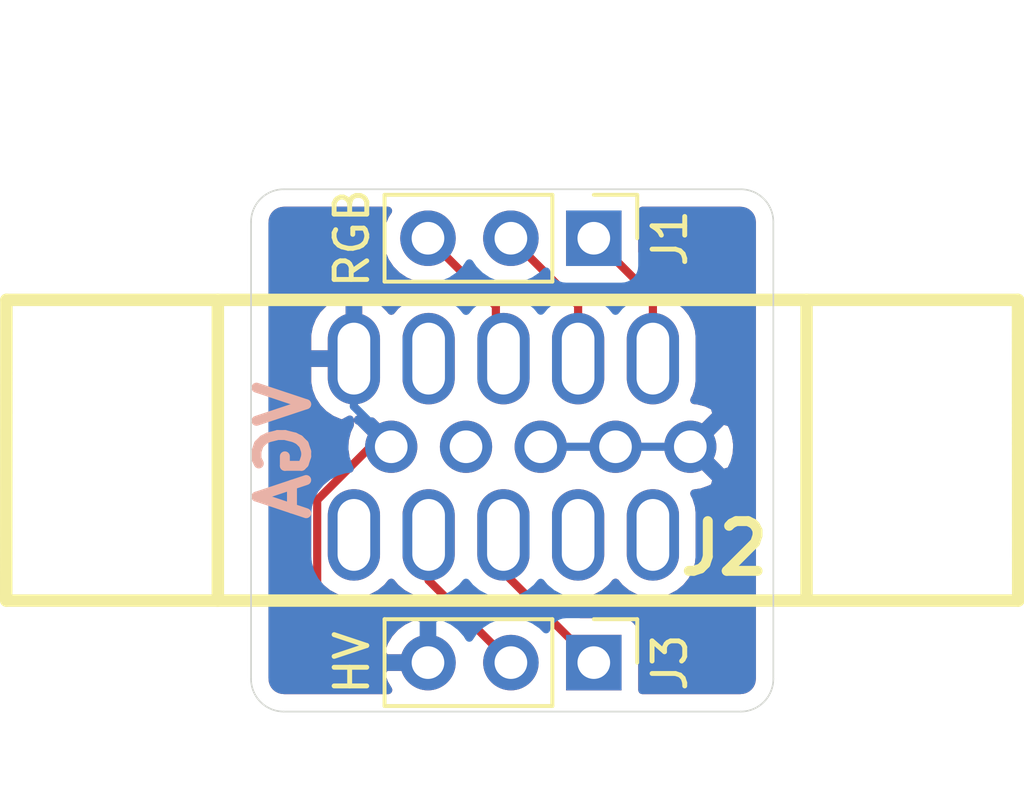
<source format=kicad_pcb>
(kicad_pcb (version 20171130) (host pcbnew "(5.1.6)-1")

  (general
    (thickness 1.6)
    (drawings 10)
    (tracks 20)
    (zones 0)
    (modules 3)
    (nets 7)
  )

  (page A4)
  (layers
    (0 F.Cu signal)
    (31 B.Cu signal)
    (32 B.Adhes user)
    (33 F.Adhes user)
    (34 B.Paste user)
    (35 F.Paste user)
    (36 B.SilkS user)
    (37 F.SilkS user)
    (38 B.Mask user)
    (39 F.Mask user)
    (40 Dwgs.User user)
    (41 Cmts.User user)
    (42 Eco1.User user)
    (43 Eco2.User user)
    (44 Edge.Cuts user)
    (45 Margin user)
    (46 B.CrtYd user)
    (47 F.CrtYd user)
    (48 B.Fab user)
    (49 F.Fab user)
  )

  (setup
    (last_trace_width 0.25)
    (trace_clearance 0.2)
    (zone_clearance 0.508)
    (zone_45_only no)
    (trace_min 0.2)
    (via_size 0.8)
    (via_drill 0.4)
    (via_min_size 0.4)
    (via_min_drill 0.3)
    (uvia_size 0.3)
    (uvia_drill 0.1)
    (uvias_allowed no)
    (uvia_min_size 0.2)
    (uvia_min_drill 0.1)
    (edge_width 0.05)
    (segment_width 0.2)
    (pcb_text_width 0.3)
    (pcb_text_size 1.5 1.5)
    (mod_edge_width 0.12)
    (mod_text_size 1 1)
    (mod_text_width 0.15)
    (pad_size 1.524 1.524)
    (pad_drill 0.762)
    (pad_to_mask_clearance 0.05)
    (aux_axis_origin 127 94)
    (grid_origin 127 94)
    (visible_elements 7FFFFFFF)
    (pcbplotparams
      (layerselection 0x010f0_ffffffff)
      (usegerberextensions true)
      (usegerberattributes true)
      (usegerberadvancedattributes true)
      (creategerberjobfile false)
      (excludeedgelayer true)
      (linewidth 0.100000)
      (plotframeref false)
      (viasonmask false)
      (mode 1)
      (useauxorigin false)
      (hpglpennumber 1)
      (hpglpenspeed 20)
      (hpglpendiameter 15.000000)
      (psnegative false)
      (psa4output false)
      (plotreference true)
      (plotvalue true)
      (plotinvisibletext false)
      (padsonsilk false)
      (subtractmaskfromsilk false)
      (outputformat 1)
      (mirror false)
      (drillshape 0)
      (scaleselection 1)
      (outputdirectory "gerber/"))
  )

  (net 0 "")
  (net 1 B)
  (net 2 R)
  (net 3 G)
  (net 4 V)
  (net 5 H)
  (net 6 GND)

  (net_class Default "This is the default net class."
    (clearance 0.2)
    (trace_width 0.25)
    (via_dia 0.8)
    (via_drill 0.4)
    (uvia_dia 0.3)
    (uvia_drill 0.1)
    (add_net B)
    (add_net G)
    (add_net GND)
    (add_net H)
    (add_net "Net-(J2-Pad11)")
    (add_net "Net-(J2-Pad12)")
    (add_net "Net-(J2-Pad15)")
    (add_net "Net-(J2-Pad4)")
    (add_net "Net-(J2-Pad9)")
    (add_net R)
    (add_net V)
  )

  (module Connector_PinHeader_2.54mm:PinHeader_1x03_P2.54mm_Vertical (layer F.Cu) (tedit 59FED5CC) (tstamp 62648515)
    (at 137.5 92.5 270)
    (descr "Through hole straight pin header, 1x03, 2.54mm pitch, single row")
    (tags "Through hole pin header THT 1x03 2.54mm single row")
    (path /6264ADCD)
    (fp_text reference J3 (at 0 -2.33 90) (layer F.SilkS)
      (effects (font (size 1 1) (thickness 0.15)))
    )
    (fp_text value HV (at 0 7.41 90) (layer F.SilkS)
      (effects (font (size 1 1) (thickness 0.15)))
    )
    (fp_text user %R (at 0 2.54) (layer F.Fab)
      (effects (font (size 1 1) (thickness 0.15)))
    )
    (fp_line (start -0.635 -1.27) (end 1.27 -1.27) (layer F.Fab) (width 0.1))
    (fp_line (start 1.27 -1.27) (end 1.27 6.35) (layer F.Fab) (width 0.1))
    (fp_line (start 1.27 6.35) (end -1.27 6.35) (layer F.Fab) (width 0.1))
    (fp_line (start -1.27 6.35) (end -1.27 -0.635) (layer F.Fab) (width 0.1))
    (fp_line (start -1.27 -0.635) (end -0.635 -1.27) (layer F.Fab) (width 0.1))
    (fp_line (start -1.33 6.41) (end 1.33 6.41) (layer F.SilkS) (width 0.12))
    (fp_line (start -1.33 1.27) (end -1.33 6.41) (layer F.SilkS) (width 0.12))
    (fp_line (start 1.33 1.27) (end 1.33 6.41) (layer F.SilkS) (width 0.12))
    (fp_line (start -1.33 1.27) (end 1.33 1.27) (layer F.SilkS) (width 0.12))
    (fp_line (start -1.33 0) (end -1.33 -1.33) (layer F.SilkS) (width 0.12))
    (fp_line (start -1.33 -1.33) (end 0 -1.33) (layer F.SilkS) (width 0.12))
    (fp_line (start -1.8 -1.8) (end -1.8 6.85) (layer F.CrtYd) (width 0.05))
    (fp_line (start -1.8 6.85) (end 1.8 6.85) (layer F.CrtYd) (width 0.05))
    (fp_line (start 1.8 6.85) (end 1.8 -1.8) (layer F.CrtYd) (width 0.05))
    (fp_line (start 1.8 -1.8) (end -1.8 -1.8) (layer F.CrtYd) (width 0.05))
    (pad 3 thru_hole oval (at 0 5.08 270) (size 1.7 1.7) (drill 1) (layers *.Cu *.Mask)
      (net 6 GND))
    (pad 2 thru_hole oval (at 0 2.54 270) (size 1.7 1.7) (drill 1) (layers *.Cu *.Mask)
      (net 4 V))
    (pad 1 thru_hole rect (at 0 0 270) (size 1.7 1.7) (drill 1) (layers *.Cu *.Mask)
      (net 5 H))
    (model ${KISYS3DMOD}/Connector_PinHeader_2.54mm.3dshapes/PinHeader_1x03_P2.54mm_Vertical.wrl
      (at (xyz 0 0 0))
      (scale (xyz 1 1 1))
      (rotate (xyz 0 0 0))
    )
  )

  (module Connector_PinHeader_2.54mm:PinHeader_1x03_P2.54mm_Vertical (layer F.Cu) (tedit 59FED5CC) (tstamp 626484CE)
    (at 137.5 79.5 270)
    (descr "Through hole straight pin header, 1x03, 2.54mm pitch, single row")
    (tags "Through hole pin header THT 1x03 2.54mm single row")
    (path /6264AB73)
    (fp_text reference J1 (at 0 -2.33 90) (layer F.SilkS)
      (effects (font (size 1 1) (thickness 0.15)))
    )
    (fp_text value RGB (at 0 7.41 90) (layer F.SilkS)
      (effects (font (size 1 1) (thickness 0.15)))
    )
    (fp_text user %R (at 0 2.54) (layer F.Fab)
      (effects (font (size 1 1) (thickness 0.15)))
    )
    (fp_line (start -0.635 -1.27) (end 1.27 -1.27) (layer F.Fab) (width 0.1))
    (fp_line (start 1.27 -1.27) (end 1.27 6.35) (layer F.Fab) (width 0.1))
    (fp_line (start 1.27 6.35) (end -1.27 6.35) (layer F.Fab) (width 0.1))
    (fp_line (start -1.27 6.35) (end -1.27 -0.635) (layer F.Fab) (width 0.1))
    (fp_line (start -1.27 -0.635) (end -0.635 -1.27) (layer F.Fab) (width 0.1))
    (fp_line (start -1.33 6.41) (end 1.33 6.41) (layer F.SilkS) (width 0.12))
    (fp_line (start -1.33 1.27) (end -1.33 6.41) (layer F.SilkS) (width 0.12))
    (fp_line (start 1.33 1.27) (end 1.33 6.41) (layer F.SilkS) (width 0.12))
    (fp_line (start -1.33 1.27) (end 1.33 1.27) (layer F.SilkS) (width 0.12))
    (fp_line (start -1.33 0) (end -1.33 -1.33) (layer F.SilkS) (width 0.12))
    (fp_line (start -1.33 -1.33) (end 0 -1.33) (layer F.SilkS) (width 0.12))
    (fp_line (start -1.8 -1.8) (end -1.8 6.85) (layer F.CrtYd) (width 0.05))
    (fp_line (start -1.8 6.85) (end 1.8 6.85) (layer F.CrtYd) (width 0.05))
    (fp_line (start 1.8 6.85) (end 1.8 -1.8) (layer F.CrtYd) (width 0.05))
    (fp_line (start 1.8 -1.8) (end -1.8 -1.8) (layer F.CrtYd) (width 0.05))
    (pad 3 thru_hole oval (at 0 5.08 270) (size 1.7 1.7) (drill 1) (layers *.Cu *.Mask)
      (net 1 B))
    (pad 2 thru_hole oval (at 0 2.54 270) (size 1.7 1.7) (drill 1) (layers *.Cu *.Mask)
      (net 3 G))
    (pad 1 thru_hole rect (at 0 0 270) (size 1.7 1.7) (drill 1) (layers *.Cu *.Mask)
      (net 2 R))
    (model ${KISYS3DMOD}/Connector_PinHeader_2.54mm.3dshapes/PinHeader_1x03_P2.54mm_Vertical.wrl
      (at (xyz 0 0 0))
      (scale (xyz 1 1 1))
      (rotate (xyz 0 0 0))
    )
  )

  (module ryuk_lib:DB_15F-VGA_L (layer F.Cu) (tedit 6256CD6A) (tstamp 62572BB2)
    (at 135 96.5)
    (descr "D-SUB 15 pin VGA socket, Tyco P/N 440467-1")
    (path /6256D551)
    (fp_text reference J2 (at 6.5 -7.5) (layer F.SilkS)
      (effects (font (size 1.524 1.524) (thickness 0.3048)))
    )
    (fp_text value VGA (at -7 -10.5 -90) (layer B.SilkS)
      (effects (font (size 1.524 1.524) (thickness 0.3048)) (justify mirror))
    )
    (fp_line (start 9.017 -6) (end 9.017 -15.112) (layer F.SilkS) (width 0.381))
    (fp_line (start 15.494 -15.112) (end -15.494 -15.112) (layer F.SilkS) (width 0.381))
    (fp_line (start 15.494 -15.112) (end 15.5 -5.9) (layer F.SilkS) (width 0.381))
    (fp_line (start -15.5 -5.9) (end -15.494 -15.112) (layer F.SilkS) (width 0.381))
    (fp_line (start -9.017 -15.112) (end -9.017 -5.9) (layer F.SilkS) (width 0.381))
    (fp_line (start 15.5 -5.9) (end -15.488 -5.9) (layer F.SilkS) (width 0.381))
    (pad 3 thru_hole oval (at -0.2667 -13.312) (size 1.6 2.8) (drill oval 1 2.2) (layers *.Cu *.Mask)
      (net 1 B))
    (pad 2 thru_hole oval (at 2.0193 -13.312) (size 1.6 2.8) (drill oval 1 2.2) (layers *.Cu *.Mask)
      (net 3 G))
    (pad 1 thru_hole oval (at 4.31038 -13.312) (size 1.6 2.8) (drill oval 1 2.2) (layers *.Cu *.Mask)
      (net 2 R))
    (pad 4 thru_hole oval (at -2.56032 -13.312) (size 1.6 2.8) (drill oval 1 2.2) (layers *.Cu *.Mask))
    (pad 5 thru_hole oval (at -4.84886 -13.312) (size 1.6 2.8) (drill oval 1 2.2) (layers *.Cu *.Mask)
      (net 6 GND))
    (pad 9 thru_hole circle (at -1.41478 -10.612) (size 1.6 1.6) (drill 1) (layers *.Cu *.Mask))
    (pad 8 thru_hole circle (at 0.87376 -10.612) (size 1.6 1.6) (drill 1) (layers *.Cu *.Mask)
      (net 6 GND))
    (pad 7 thru_hole circle (at 3.16484 -10.612) (size 1.6 1.6) (drill 1) (layers *.Cu *.Mask)
      (net 6 GND))
    (pad 6 thru_hole circle (at 5.45592 -10.612) (size 1.6 1.6) (drill 1) (layers *.Cu *.Mask)
      (net 6 GND))
    (pad 10 thru_hole circle (at -3.70586 -10.612) (size 1.6 1.6) (drill 1) (layers *.Cu *.Mask)
      (net 6 GND))
    (pad 11 thru_hole oval (at 4.31038 -7.912) (size 1.6 2.8) (drill oval 1 2.2) (layers *.Cu *.Mask))
    (pad 12 thru_hole oval (at 2.0193 -7.912) (size 1.6 2.8) (drill oval 1 2.2) (layers *.Cu *.Mask))
    (pad 13 thru_hole oval (at -0.26924 -7.912) (size 1.6 2.8) (drill oval 1 2.2) (layers *.Cu *.Mask)
      (net 5 H))
    (pad 14 thru_hole oval (at -2.56032 -7.912) (size 1.6 2.8) (drill oval 1 2.2) (layers *.Cu *.Mask)
      (net 4 V))
    (pad 15 thru_hole oval (at -4.84886 -7.912) (size 1.6 2.8) (drill oval 1 2.2) (layers *.Cu *.Mask))
    (model walter/conn_pc/db_15-vga.wrl
      (at (xyz 0 0 0))
      (scale (xyz 1 1 1))
      (rotate (xyz 0 0 0))
    )
  )

  (gr_arc (start 142 93) (end 142 94) (angle -90) (layer Edge.Cuts) (width 0.05) (tstamp 62648917))
  (gr_arc (start 128 93) (end 127 93) (angle -90) (layer Edge.Cuts) (width 0.05) (tstamp 62648914))
  (gr_line (start 142 78) (end 128 78) (layer Edge.Cuts) (width 0.05) (tstamp 626488A0))
  (gr_line (start 142 94) (end 128 94) (layer Edge.Cuts) (width 0.05))
  (dimension 16 (width 0.15) (layer Dwgs.User)
    (gr_text "16.000 mm" (at 135 72.9) (layer Dwgs.User)
      (effects (font (size 1 1) (thickness 0.15)))
    )
    (feature1 (pts (xy 127 78) (xy 127 73.613579)))
    (feature2 (pts (xy 143 78) (xy 143 73.613579)))
    (crossbar (pts (xy 143 74.2) (xy 127 74.2)))
    (arrow1a (pts (xy 127 74.2) (xy 128.126504 73.613579)))
    (arrow1b (pts (xy 127 74.2) (xy 128.126504 74.786421)))
    (arrow2a (pts (xy 143 74.2) (xy 141.873496 73.613579)))
    (arrow2b (pts (xy 143 74.2) (xy 141.873496 74.786421)))
  )
  (dimension 16 (width 0.15) (layer Dwgs.User)
    (gr_text "16.000 mm" (at 147.9 86 270) (layer Dwgs.User)
      (effects (font (size 1 1) (thickness 0.15)))
    )
    (feature1 (pts (xy 143 94) (xy 147.186421 94)))
    (feature2 (pts (xy 143 78) (xy 147.186421 78)))
    (crossbar (pts (xy 146.6 78) (xy 146.6 94)))
    (arrow1a (pts (xy 146.6 94) (xy 146.013579 92.873496)))
    (arrow1b (pts (xy 146.6 94) (xy 147.186421 92.873496)))
    (arrow2a (pts (xy 146.6 78) (xy 146.013579 79.126504)))
    (arrow2b (pts (xy 146.6 78) (xy 147.186421 79.126504)))
  )
  (gr_arc (start 128 79) (end 128 78) (angle -90) (layer Edge.Cuts) (width 0.05) (tstamp 6257372A))
  (gr_arc (start 142 79) (end 143 79) (angle -90) (layer Edge.Cuts) (width 0.05))
  (gr_line (start 143 93) (end 143 79) (layer Edge.Cuts) (width 0.05))
  (gr_line (start 127 79) (end 127 93) (layer Edge.Cuts) (width 0.05))

  (segment (start 132.42 79.5) (end 134.5 81.58) (width 0.25) (layer F.Cu) (net 1))
  (segment (start 134.5 82.9547) (end 134.7333 83.188) (width 0.25) (layer F.Cu) (net 1))
  (segment (start 134.5 81.58) (end 134.5 82.9547) (width 0.25) (layer F.Cu) (net 1))
  (segment (start 139.31038 81.31038) (end 137.5 79.5) (width 0.25) (layer F.Cu) (net 2))
  (segment (start 139.31038 83.188) (end 139.31038 81.31038) (width 0.25) (layer F.Cu) (net 2))
  (segment (start 137.0193 81.5593) (end 134.96 79.5) (width 0.25) (layer F.Cu) (net 3))
  (segment (start 137.0193 83.188) (end 137.0193 81.5593) (width 0.25) (layer F.Cu) (net 3))
  (segment (start 132.43968 89.97968) (end 134.96 92.5) (width 0.25) (layer F.Cu) (net 4))
  (segment (start 132.43968 88.588) (end 132.43968 89.97968) (width 0.25) (layer F.Cu) (net 4))
  (segment (start 134.73076 89.73076) (end 137.5 92.5) (width 0.25) (layer F.Cu) (net 5))
  (segment (start 134.73076 88.588) (end 134.73076 89.73076) (width 0.25) (layer F.Cu) (net 5))
  (segment (start 129.02613 87.522006) (end 130.660136 85.888) (width 0.25) (layer F.Cu) (net 6))
  (segment (start 130.660136 85.888) (end 131.29414 85.888) (width 0.25) (layer F.Cu) (net 6))
  (segment (start 129.02613 90.308211) (end 129.02613 87.522006) (width 0.25) (layer F.Cu) (net 6))
  (segment (start 131.217919 92.5) (end 129.02613 90.308211) (width 0.25) (layer F.Cu) (net 6))
  (segment (start 132.42 92.5) (end 131.217919 92.5) (width 0.25) (layer F.Cu) (net 6))
  (segment (start 131.29414 85.888) (end 131.29414 85.79414) (width 0.25) (layer B.Cu) (net 6))
  (segment (start 130.15114 84.65114) (end 130.15114 83.188) (width 0.25) (layer B.Cu) (net 6))
  (segment (start 131.29414 85.79414) (end 130.15114 84.65114) (width 0.25) (layer B.Cu) (net 6))
  (segment (start 135.87376 85.888) (end 140.45592 85.888) (width 0.25) (layer B.Cu) (net 6))

  (zone (net 6) (net_name GND) (layer B.Cu) (tstamp 0) (hatch edge 0.508)
    (connect_pads (clearance 0.508))
    (min_thickness 0.254)
    (fill yes (arc_segments 32) (thermal_gap 0.508) (thermal_bridge_width 0.508))
    (polygon
      (pts
        (xy 143 94) (xy 127 94) (xy 127 78) (xy 143 78)
      )
    )
    (filled_polygon
      (pts
        (xy 131.10401 78.796589) (xy 130.992068 79.066842) (xy 130.935 79.35374) (xy 130.935 79.64626) (xy 130.992068 79.933158)
        (xy 131.10401 80.203411) (xy 131.266525 80.446632) (xy 131.473368 80.653475) (xy 131.716589 80.81599) (xy 131.986842 80.927932)
        (xy 132.27374 80.985) (xy 132.56626 80.985) (xy 132.853158 80.927932) (xy 133.123411 80.81599) (xy 133.366632 80.653475)
        (xy 133.573475 80.446632) (xy 133.69 80.27224) (xy 133.806525 80.446632) (xy 134.013368 80.653475) (xy 134.256589 80.81599)
        (xy 134.526842 80.927932) (xy 134.81374 80.985) (xy 135.10626 80.985) (xy 135.393158 80.927932) (xy 135.663411 80.81599)
        (xy 135.906632 80.653475) (xy 136.038487 80.52162) (xy 136.060498 80.59418) (xy 136.119463 80.704494) (xy 136.198815 80.801185)
        (xy 136.295506 80.880537) (xy 136.40582 80.939502) (xy 136.525518 80.975812) (xy 136.65 80.988072) (xy 138.35 80.988072)
        (xy 138.474482 80.975812) (xy 138.59418 80.939502) (xy 138.704494 80.880537) (xy 138.801185 80.801185) (xy 138.880537 80.704494)
        (xy 138.939502 80.59418) (xy 138.975812 80.474482) (xy 138.988072 80.35) (xy 138.988072 78.66) (xy 141.967721 78.66)
        (xy 142.065424 78.66958) (xy 142.128356 78.68858) (xy 142.186405 78.719445) (xy 142.237343 78.760989) (xy 142.279248 78.811644)
        (xy 142.310515 78.869471) (xy 142.329956 78.932272) (xy 142.340001 79.027845) (xy 142.34 92.967721) (xy 142.33042 93.065424)
        (xy 142.31142 93.128357) (xy 142.280554 93.186406) (xy 142.239011 93.237343) (xy 142.188356 93.279248) (xy 142.130529 93.310515)
        (xy 142.067728 93.329956) (xy 141.972165 93.34) (xy 138.988072 93.34) (xy 138.988072 91.65) (xy 138.975812 91.525518)
        (xy 138.939502 91.40582) (xy 138.880537 91.295506) (xy 138.801185 91.198815) (xy 138.704494 91.119463) (xy 138.59418 91.060498)
        (xy 138.474482 91.024188) (xy 138.35 91.011928) (xy 136.65 91.011928) (xy 136.525518 91.024188) (xy 136.40582 91.060498)
        (xy 136.295506 91.119463) (xy 136.198815 91.198815) (xy 136.119463 91.295506) (xy 136.060498 91.40582) (xy 136.038487 91.47838)
        (xy 135.906632 91.346525) (xy 135.663411 91.18401) (xy 135.393158 91.072068) (xy 135.10626 91.015) (xy 134.81374 91.015)
        (xy 134.526842 91.072068) (xy 134.256589 91.18401) (xy 134.013368 91.346525) (xy 133.806525 91.553368) (xy 133.684805 91.735534)
        (xy 133.615178 91.618645) (xy 133.420269 91.402412) (xy 133.18692 91.228359) (xy 132.924099 91.103175) (xy 132.77689 91.058524)
        (xy 132.547 91.179845) (xy 132.547 92.373) (xy 132.567 92.373) (xy 132.567 92.627) (xy 132.547 92.627)
        (xy 132.547 92.647) (xy 132.293 92.647) (xy 132.293 92.627) (xy 131.099186 92.627) (xy 130.978519 92.856891)
        (xy 131.075843 93.131252) (xy 131.200188 93.34) (xy 128.032279 93.34) (xy 127.934576 93.33042) (xy 127.871643 93.31142)
        (xy 127.813594 93.280554) (xy 127.762657 93.239011) (xy 127.720752 93.188356) (xy 127.689485 93.130529) (xy 127.670044 93.067728)
        (xy 127.66 92.972165) (xy 127.66 92.143109) (xy 130.978519 92.143109) (xy 131.099186 92.373) (xy 132.293 92.373)
        (xy 132.293 91.179845) (xy 132.06311 91.058524) (xy 131.915901 91.103175) (xy 131.65308 91.228359) (xy 131.419731 91.402412)
        (xy 131.224822 91.618645) (xy 131.075843 91.868748) (xy 130.978519 92.143109) (xy 127.66 92.143109) (xy 127.66 83.315)
        (xy 128.71614 83.315) (xy 128.71614 83.915) (xy 128.76849 84.192514) (xy 128.873974 84.454483) (xy 129.028539 84.690839)
        (xy 129.226245 84.8925) (xy 129.459494 85.051715) (xy 129.719322 85.162367) (xy 129.802101 85.179904) (xy 130.024138 85.057916)
        (xy 130.024138 85.216928) (xy 129.936569 85.401996) (xy 129.86784 85.676184) (xy 129.853923 85.958512) (xy 129.895353 86.23813)
        (xy 129.990537 86.504292) (xy 130.019776 86.558995) (xy 129.869831 86.573764) (xy 129.599332 86.655818) (xy 129.350039 86.789068)
        (xy 129.131532 86.968393) (xy 128.952208 87.1869) (xy 128.818958 87.436193) (xy 128.736904 87.706692) (xy 128.71614 87.917509)
        (xy 128.71614 89.258492) (xy 128.736904 89.469309) (xy 128.818958 89.739808) (xy 128.952209 89.989101) (xy 129.131533 90.207608)
        (xy 129.35004 90.386932) (xy 129.599333 90.520182) (xy 129.869832 90.602236) (xy 130.15114 90.629943) (xy 130.432449 90.602236)
        (xy 130.702948 90.520182) (xy 130.952241 90.386932) (xy 131.170748 90.207608) (xy 131.29541 90.055706) (xy 131.420073 90.207608)
        (xy 131.63858 90.386932) (xy 131.887873 90.520182) (xy 132.158372 90.602236) (xy 132.43968 90.629943) (xy 132.720989 90.602236)
        (xy 132.991488 90.520182) (xy 133.240781 90.386932) (xy 133.459288 90.207608) (xy 133.58522 90.054159) (xy 133.711153 90.207608)
        (xy 133.92966 90.386932) (xy 134.178953 90.520182) (xy 134.449452 90.602236) (xy 134.73076 90.629943) (xy 135.012069 90.602236)
        (xy 135.282568 90.520182) (xy 135.531861 90.386932) (xy 135.750368 90.207608) (xy 135.875031 90.055706) (xy 135.999693 90.207608)
        (xy 136.2182 90.386932) (xy 136.467493 90.520182) (xy 136.737992 90.602236) (xy 137.0193 90.629943) (xy 137.300609 90.602236)
        (xy 137.571108 90.520182) (xy 137.820401 90.386932) (xy 138.038908 90.207608) (xy 138.164841 90.054159) (xy 138.290773 90.207608)
        (xy 138.50928 90.386932) (xy 138.758573 90.520182) (xy 139.029072 90.602236) (xy 139.31038 90.629943) (xy 139.591689 90.602236)
        (xy 139.862188 90.520182) (xy 140.111481 90.386932) (xy 140.329988 90.207608) (xy 140.509312 89.989101) (xy 140.642562 89.739808)
        (xy 140.724616 89.469309) (xy 140.74538 89.258492) (xy 140.74538 87.917508) (xy 140.724616 87.706691) (xy 140.642562 87.436192)
        (xy 140.580561 87.320197) (xy 140.80605 87.286787) (xy 141.072212 87.191603) (xy 141.197434 87.124671) (xy 141.269017 86.880702)
        (xy 140.45592 86.067605) (xy 140.441778 86.081748) (xy 140.262173 85.902143) (xy 140.276315 85.888) (xy 140.635525 85.888)
        (xy 141.448622 86.701097) (xy 141.692591 86.629514) (xy 141.813491 86.374004) (xy 141.88222 86.099816) (xy 141.896137 85.817488)
        (xy 141.854707 85.53787) (xy 141.759523 85.271708) (xy 141.692591 85.146486) (xy 141.448622 85.074903) (xy 140.635525 85.888)
        (xy 140.276315 85.888) (xy 140.262173 85.873858) (xy 140.441778 85.694253) (xy 140.45592 85.708395) (xy 141.269017 84.895298)
        (xy 141.197434 84.651329) (xy 140.941924 84.530429) (xy 140.667736 84.4617) (xy 140.579728 84.457362) (xy 140.642562 84.339808)
        (xy 140.724616 84.069309) (xy 140.74538 83.858492) (xy 140.74538 82.517508) (xy 140.724616 82.306691) (xy 140.642562 82.036192)
        (xy 140.509312 81.786899) (xy 140.329987 81.568392) (xy 140.11148 81.389068) (xy 139.862187 81.255818) (xy 139.591688 81.173764)
        (xy 139.31038 81.146057) (xy 139.029071 81.173764) (xy 138.758572 81.255818) (xy 138.509279 81.389068) (xy 138.290772 81.568393)
        (xy 138.16484 81.721841) (xy 138.038907 81.568392) (xy 137.8204 81.389068) (xy 137.571107 81.255818) (xy 137.300608 81.173764)
        (xy 137.0193 81.146057) (xy 136.737991 81.173764) (xy 136.467492 81.255818) (xy 136.218199 81.389068) (xy 135.999692 81.568393)
        (xy 135.8763 81.718746) (xy 135.752907 81.568392) (xy 135.5344 81.389068) (xy 135.285107 81.255818) (xy 135.014608 81.173764)
        (xy 134.7333 81.146057) (xy 134.451991 81.173764) (xy 134.181492 81.255818) (xy 133.932199 81.389068) (xy 133.713692 81.568393)
        (xy 133.58649 81.723389) (xy 133.459287 81.568392) (xy 133.24078 81.389068) (xy 132.991487 81.255818) (xy 132.720988 81.173764)
        (xy 132.43968 81.146057) (xy 132.158371 81.173764) (xy 131.887872 81.255818) (xy 131.638579 81.389068) (xy 131.420072 81.568393)
        (xy 131.296137 81.719408) (xy 131.273741 81.685161) (xy 131.076035 81.4835) (xy 130.842786 81.324285) (xy 130.582958 81.213633)
        (xy 130.500179 81.196096) (xy 130.27814 81.318085) (xy 130.27814 83.061) (xy 130.29814 83.061) (xy 130.29814 83.315)
        (xy 130.27814 83.315) (xy 130.27814 83.335) (xy 130.02414 83.335) (xy 130.02414 83.315) (xy 128.71614 83.315)
        (xy 127.66 83.315) (xy 127.66 82.461) (xy 128.71614 82.461) (xy 128.71614 83.061) (xy 130.02414 83.061)
        (xy 130.02414 81.318085) (xy 129.802101 81.196096) (xy 129.719322 81.213633) (xy 129.459494 81.324285) (xy 129.226245 81.4835)
        (xy 129.028539 81.685161) (xy 128.873974 81.921517) (xy 128.76849 82.183486) (xy 128.71614 82.461) (xy 127.66 82.461)
        (xy 127.66 79.032279) (xy 127.66958 78.934576) (xy 127.68858 78.871644) (xy 127.719445 78.813595) (xy 127.760989 78.762657)
        (xy 127.811644 78.720752) (xy 127.869471 78.689485) (xy 127.932272 78.670044) (xy 128.027835 78.66) (xy 131.195276 78.66)
      )
    )
    (filled_polygon
      (pts
        (xy 138.358588 85.873858) (xy 138.344445 85.888) (xy 138.358588 85.902143) (xy 138.178983 86.081748) (xy 138.16484 86.067605)
        (xy 138.150698 86.081748) (xy 137.971093 85.902143) (xy 137.985235 85.888) (xy 137.971093 85.873858) (xy 138.150698 85.694253)
        (xy 138.16484 85.708395) (xy 138.178983 85.694253)
      )
    )
    (filled_polygon
      (pts
        (xy 136.067508 85.873858) (xy 136.053365 85.888) (xy 136.067508 85.902143) (xy 135.887903 86.081748) (xy 135.87376 86.067605)
        (xy 135.859618 86.081748) (xy 135.680013 85.902143) (xy 135.694155 85.888) (xy 135.680013 85.873858) (xy 135.859618 85.694253)
        (xy 135.87376 85.708395) (xy 135.887903 85.694253)
      )
    )
    (filled_polygon
      (pts
        (xy 130.500179 85.179904) (xy 130.582958 85.162367) (xy 130.698785 85.11304) (xy 131.29414 85.708395) (xy 131.308283 85.694253)
        (xy 131.487888 85.873858) (xy 131.473745 85.888) (xy 131.487888 85.902143) (xy 131.308283 86.081748) (xy 131.29414 86.067605)
        (xy 131.279998 86.081748) (xy 131.100393 85.902143) (xy 131.114535 85.888) (xy 130.301438 85.074903) (xy 130.278142 85.081738)
        (xy 130.278142 85.057916)
      )
    )
  )
  (zone (net 6) (net_name GND) (layer F.Cu) (tstamp 0) (hatch edge 0.508)
    (connect_pads (clearance 0.508))
    (min_thickness 0.254)
    (fill yes (arc_segments 32) (thermal_gap 0.508) (thermal_bridge_width 0.508))
    (polygon
      (pts
        (xy 143 94) (xy 127 94) (xy 127 78) (xy 143 78)
      )
    )
    (filled_polygon
      (pts
        (xy 131.10401 78.796589) (xy 130.992068 79.066842) (xy 130.935 79.35374) (xy 130.935 79.64626) (xy 130.992068 79.933158)
        (xy 131.10401 80.203411) (xy 131.266525 80.446632) (xy 131.473368 80.653475) (xy 131.716589 80.81599) (xy 131.986842 80.927932)
        (xy 132.27374 80.985) (xy 132.56626 80.985) (xy 132.786408 80.941209) (xy 133.226787 81.381589) (xy 132.991487 81.255818)
        (xy 132.720988 81.173764) (xy 132.43968 81.146057) (xy 132.158371 81.173764) (xy 131.887872 81.255818) (xy 131.638579 81.389068)
        (xy 131.420072 81.568393) (xy 131.296137 81.719408) (xy 131.273741 81.685161) (xy 131.076035 81.4835) (xy 130.842786 81.324285)
        (xy 130.582958 81.213633) (xy 130.500179 81.196096) (xy 130.27814 81.318085) (xy 130.27814 83.061) (xy 130.29814 83.061)
        (xy 130.29814 83.315) (xy 130.27814 83.315) (xy 130.27814 83.335) (xy 130.02414 83.335) (xy 130.02414 83.315)
        (xy 128.71614 83.315) (xy 128.71614 83.915) (xy 128.76849 84.192514) (xy 128.873974 84.454483) (xy 129.028539 84.690839)
        (xy 129.226245 84.8925) (xy 129.459494 85.051715) (xy 129.719322 85.162367) (xy 129.802101 85.179904) (xy 130.024138 85.057916)
        (xy 130.024138 85.216928) (xy 129.936569 85.401996) (xy 129.86784 85.676184) (xy 129.853923 85.958512) (xy 129.895353 86.23813)
        (xy 129.990537 86.504292) (xy 130.019776 86.558995) (xy 129.869831 86.573764) (xy 129.599332 86.655818) (xy 129.350039 86.789068)
        (xy 129.131532 86.968393) (xy 128.952208 87.1869) (xy 128.818958 87.436193) (xy 128.736904 87.706692) (xy 128.71614 87.917509)
        (xy 128.71614 89.258492) (xy 128.736904 89.469309) (xy 128.818958 89.739808) (xy 128.952209 89.989101) (xy 129.131533 90.207608)
        (xy 129.35004 90.386932) (xy 129.599333 90.520182) (xy 129.869832 90.602236) (xy 130.15114 90.629943) (xy 130.432449 90.602236)
        (xy 130.702948 90.520182) (xy 130.952241 90.386932) (xy 131.170748 90.207608) (xy 131.29541 90.055706) (xy 131.420073 90.207608)
        (xy 131.63858 90.386932) (xy 131.887873 90.520182) (xy 131.907572 90.526157) (xy 131.928678 90.543479) (xy 132.400199 91.015)
        (xy 132.292998 91.015) (xy 132.292998 91.179844) (xy 132.06311 91.058524) (xy 131.915901 91.103175) (xy 131.65308 91.228359)
        (xy 131.419731 91.402412) (xy 131.224822 91.618645) (xy 131.075843 91.868748) (xy 130.978519 92.143109) (xy 131.099186 92.373)
        (xy 132.293 92.373) (xy 132.293 92.353) (xy 132.547 92.353) (xy 132.547 92.373) (xy 132.567 92.373)
        (xy 132.567 92.627) (xy 132.547 92.627) (xy 132.547 92.647) (xy 132.293 92.647) (xy 132.293 92.627)
        (xy 131.099186 92.627) (xy 130.978519 92.856891) (xy 131.075843 93.131252) (xy 131.200188 93.34) (xy 128.032279 93.34)
        (xy 127.934576 93.33042) (xy 127.871643 93.31142) (xy 127.813594 93.280554) (xy 127.762657 93.239011) (xy 127.720752 93.188356)
        (xy 127.689485 93.130529) (xy 127.670044 93.067728) (xy 127.66 92.972165) (xy 127.66 82.461) (xy 128.71614 82.461)
        (xy 128.71614 83.061) (xy 130.02414 83.061) (xy 130.02414 81.318085) (xy 129.802101 81.196096) (xy 129.719322 81.213633)
        (xy 129.459494 81.324285) (xy 129.226245 81.4835) (xy 129.028539 81.685161) (xy 128.873974 81.921517) (xy 128.76849 82.183486)
        (xy 128.71614 82.461) (xy 127.66 82.461) (xy 127.66 79.032279) (xy 127.66958 78.934576) (xy 127.68858 78.871644)
        (xy 127.719445 78.813595) (xy 127.760989 78.762657) (xy 127.811644 78.720752) (xy 127.869471 78.689485) (xy 127.932272 78.670044)
        (xy 128.027835 78.66) (xy 131.195276 78.66)
      )
    )
    (filled_polygon
      (pts
        (xy 142.065424 78.66958) (xy 142.128356 78.68858) (xy 142.186405 78.719445) (xy 142.237343 78.760989) (xy 142.279248 78.811644)
        (xy 142.310515 78.869471) (xy 142.329956 78.932272) (xy 142.340001 79.027845) (xy 142.34 92.967721) (xy 142.33042 93.065424)
        (xy 142.31142 93.128357) (xy 142.280554 93.186406) (xy 142.239011 93.237343) (xy 142.188356 93.279248) (xy 142.130529 93.310515)
        (xy 142.067728 93.329956) (xy 141.972165 93.34) (xy 138.988072 93.34) (xy 138.988072 91.65) (xy 138.975812 91.525518)
        (xy 138.939502 91.40582) (xy 138.880537 91.295506) (xy 138.801185 91.198815) (xy 138.704494 91.119463) (xy 138.59418 91.060498)
        (xy 138.474482 91.024188) (xy 138.35 91.011928) (xy 137.08673 91.011928) (xy 136.650496 90.575695) (xy 136.737992 90.602236)
        (xy 137.0193 90.629943) (xy 137.300609 90.602236) (xy 137.571108 90.520182) (xy 137.820401 90.386932) (xy 138.038908 90.207608)
        (xy 138.164841 90.054159) (xy 138.290773 90.207608) (xy 138.50928 90.386932) (xy 138.758573 90.520182) (xy 139.029072 90.602236)
        (xy 139.31038 90.629943) (xy 139.591689 90.602236) (xy 139.862188 90.520182) (xy 140.111481 90.386932) (xy 140.329988 90.207608)
        (xy 140.509312 89.989101) (xy 140.642562 89.739808) (xy 140.724616 89.469309) (xy 140.74538 89.258492) (xy 140.74538 87.917508)
        (xy 140.724616 87.706691) (xy 140.642562 87.436192) (xy 140.580561 87.320197) (xy 140.80605 87.286787) (xy 141.072212 87.191603)
        (xy 141.197434 87.124671) (xy 141.269017 86.880702) (xy 140.45592 86.067605) (xy 140.441778 86.081748) (xy 140.262173 85.902143)
        (xy 140.276315 85.888) (xy 140.635525 85.888) (xy 141.448622 86.701097) (xy 141.692591 86.629514) (xy 141.813491 86.374004)
        (xy 141.88222 86.099816) (xy 141.896137 85.817488) (xy 141.854707 85.53787) (xy 141.759523 85.271708) (xy 141.692591 85.146486)
        (xy 141.448622 85.074903) (xy 140.635525 85.888) (xy 140.276315 85.888) (xy 140.262173 85.873858) (xy 140.441778 85.694253)
        (xy 140.45592 85.708395) (xy 141.269017 84.895298) (xy 141.197434 84.651329) (xy 140.941924 84.530429) (xy 140.667736 84.4617)
        (xy 140.579728 84.457362) (xy 140.642562 84.339808) (xy 140.724616 84.069309) (xy 140.74538 83.858492) (xy 140.74538 82.517508)
        (xy 140.724616 82.306691) (xy 140.642562 82.036192) (xy 140.509312 81.786899) (xy 140.329987 81.568392) (xy 140.11148 81.389068)
        (xy 140.07038 81.3671) (xy 140.07038 81.347703) (xy 140.074056 81.31038) (xy 140.07038 81.273057) (xy 140.07038 81.273047)
        (xy 140.059383 81.161394) (xy 140.015926 81.018133) (xy 139.976849 80.945026) (xy 139.945354 80.886103) (xy 139.874179 80.799377)
        (xy 139.850381 80.770379) (xy 139.821383 80.746581) (xy 138.988072 79.91327) (xy 138.988072 78.66) (xy 141.967721 78.66)
      )
    )
    (filled_polygon
      (pts
        (xy 130.500179 85.179904) (xy 130.582958 85.162367) (xy 130.698785 85.11304) (xy 131.29414 85.708395) (xy 131.308283 85.694253)
        (xy 131.487888 85.873858) (xy 131.473745 85.888) (xy 131.487888 85.902143) (xy 131.308283 86.081748) (xy 131.29414 86.067605)
        (xy 131.279998 86.081748) (xy 131.100393 85.902143) (xy 131.114535 85.888) (xy 130.301438 85.074903) (xy 130.278142 85.081738)
        (xy 130.278142 85.057916)
      )
    )
    (filled_polygon
      (pts
        (xy 136.067508 85.873858) (xy 136.053365 85.888) (xy 136.067508 85.902143) (xy 135.887903 86.081748) (xy 135.87376 86.067605)
        (xy 135.859618 86.081748) (xy 135.680013 85.902143) (xy 135.694155 85.888) (xy 135.680013 85.873858) (xy 135.859618 85.694253)
        (xy 135.87376 85.708395) (xy 135.887903 85.694253)
      )
    )
    (filled_polygon
      (pts
        (xy 138.358588 85.873858) (xy 138.344445 85.888) (xy 138.358588 85.902143) (xy 138.178983 86.081748) (xy 138.16484 86.067605)
        (xy 138.150698 86.081748) (xy 137.971093 85.902143) (xy 137.985235 85.888) (xy 137.971093 85.873858) (xy 138.150698 85.694253)
        (xy 138.16484 85.708395) (xy 138.178983 85.694253)
      )
    )
  )
)

</source>
